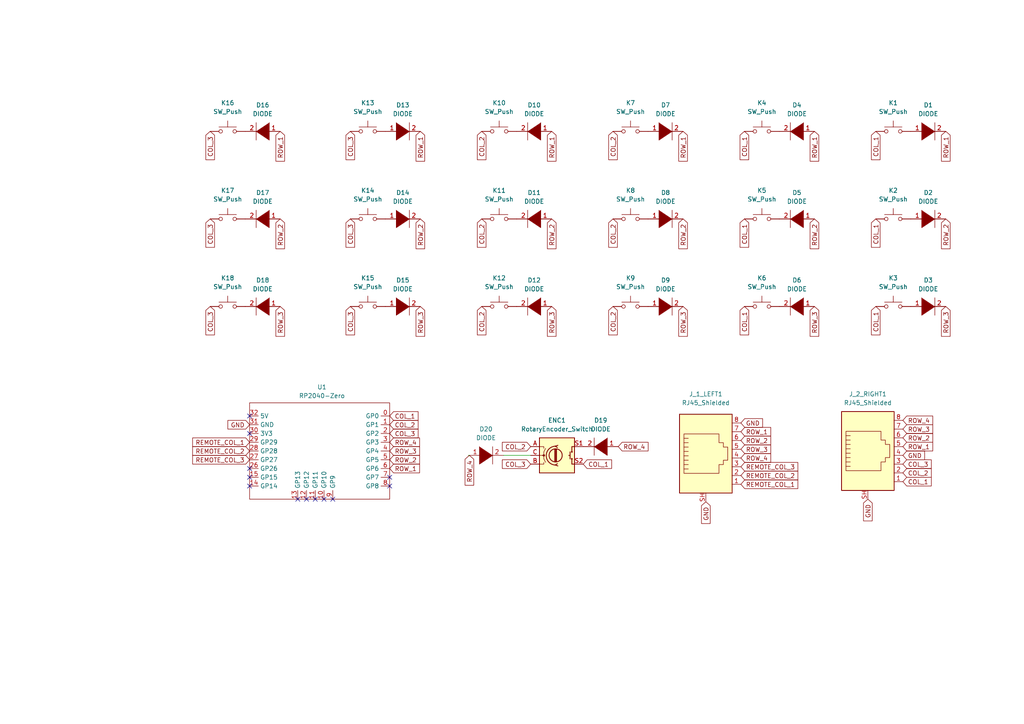
<source format=kicad_sch>
(kicad_sch (version 20230121) (generator eeschema)
  (paper "A4")
  (title_block (title "Cheapino") (rev "1.1") (company "Tompi"))
  (lib_symbols
    (symbol "Connector:RJ45_Shielded" (pin_names (offset 1.016))
      (property "Reference" "J" (at -5.08 13.97 0))
      (property "Value" "RJ45_Shielded" (at 2.54 13.97 0))
      (symbol "RJ45_Shielded_0_1"
        (polyline (pts (xy -5.08 4.445) (xy -6.35 4.445)))
        (polyline (pts (xy -5.08 5.715) (xy -6.35 5.715)))
        (polyline (pts (xy -6.35 -3.175) (xy -5.08 -3.175) (xy -5.08 -3.175)))
        (polyline (pts (xy -6.35 -1.905) (xy -5.08 -1.905) (xy -5.08 -1.905)))
        (polyline (pts (xy -6.35 -0.635) (xy -5.08 -0.635) (xy -5.08 -0.635)))
        (polyline (pts (xy -6.35 0.635) (xy -5.08 0.635) (xy -5.08 0.635)))
        (polyline (pts (xy -6.35 1.905) (xy -5.08 1.905) (xy -5.08 1.905)))
        (polyline (pts (xy -5.08 3.175) (xy -6.35 3.175) (xy -6.35 3.175)))
        (polyline (pts (xy -6.35 -4.445) (xy -6.35 6.985) (xy 3.81 6.985) (xy 3.81 4.445) (xy 5.08 4.445) (xy 5.08 3.175) (xy 6.35 3.175) (xy 6.35 -0.635) (xy 5.08 -0.635) (xy 5.08 -1.905) (xy 3.81 -1.905) (xy 3.81 -4.445) (xy -6.35 -4.445) (xy -6.35 -4.445)))
        (rectangle (start 7.62 12.7) (end -7.62 -10.16) (stroke (width 0.254)) (fill (type background)))
      )
      (symbol "RJ45_Shielded_1_1"
        (pin passive line (at 10.16 -7.62 180) (length 2.54) (name "~") (number "1"))
        (pin passive line (at 10.16 -5.08 180) (length 2.54) (name "~") (number "2"))
        (pin passive line (at 10.16 -2.54 180) (length 2.54) (name "~") (number "3"))
        (pin passive line (at 10.16 0 180) (length 2.54) (name "~") (number "4"))
        (pin passive line (at 10.16 2.54 180) (length 2.54) (name "~") (number "5"))
        (pin passive line (at 10.16 5.08 180) (length 2.54) (name "~") (number "6"))
        (pin passive line (at 10.16 7.62 180) (length 2.54) (name "~") (number "7"))
        (pin passive line (at 10.16 10.16 180) (length 2.54) (name "~") (number "8"))
        (pin passive line (at 0 -12.7 90) (length 2.54) (name "~") (number "SH"))
      )
    )
    (symbol "Device:RotaryEncoder_Switch" (pin_names (offset 0.254) hide)
      (property "Reference" "SW" (at 0 6.604 0))
      (property "Value" "RotaryEncoder_Switch" (at 0 -6.604 0))
      (symbol "RotaryEncoder_Switch_0_1"
        (rectangle (start -5.08 5.08) (end 5.08 -5.08) (stroke (width 0.254)) (fill (type background)))
        (circle (center -3.81 0) (radius 0.254) (fill (type outline)))
        (circle (center -0.381 0) (radius 1.905) (stroke (width 0.254)))
        (arc (start -0.381 2.667) (mid -3.0988 -0.0635) (end -0.381 -2.794) (stroke (width 0.254)))
        (polyline (pts (xy -0.635 -1.778) (xy -0.635 1.778)) (stroke (width 0.254)))
        (polyline (pts (xy -0.381 -1.778) (xy -0.381 1.778)) (stroke (width 0.254)))
        (polyline (pts (xy -0.127 1.778) (xy -0.127 -1.778)) (stroke (width 0.254)))
        (polyline (pts (xy 3.81 0) (xy 3.429 0)) (stroke (width 0.254)))
        (polyline (pts (xy 3.81 1.016) (xy 3.81 -1.016)) (stroke (width 0.254)))
        (polyline (pts (xy -5.08 -2.54) (xy -3.81 -2.54) (xy -3.81 -2.032)))
        (polyline (pts (xy -5.08 2.54) (xy -3.81 2.54) (xy -3.81 2.032)))
        (polyline (pts (xy 0.254 -3.048) (xy -0.508 -2.794) (xy 0.127 -2.413)) (stroke (width 0.254)))
        (polyline (pts (xy 0.254 2.921) (xy -0.508 2.667) (xy 0.127 2.286)) (stroke (width 0.254)))
        (polyline (pts (xy 5.08 -2.54) (xy 4.318 -2.54) (xy 4.318 -1.016)) (stroke (width 0.254)))
        (polyline (pts (xy 5.08 2.54) (xy 4.318 2.54) (xy 4.318 1.016)) (stroke (width 0.254)))
        (polyline (pts (xy -5.08 0) (xy -3.81 0) (xy -3.81 -1.016) (xy -3.302 -2.032)))
        (polyline (pts (xy -4.318 0) (xy -3.81 0) (xy -3.81 1.016) (xy -3.302 2.032)))
        (circle (center 4.318 -1.016) (radius 0.127) (stroke (width 0.254)))
        (circle (center 4.318 1.016) (radius 0.127) (stroke (width 0.254)))
      )
      (symbol "RotaryEncoder_Switch_1_1"
        (pin passive line (at -7.62 2.54 0) (length 2.54) (name "A") (number "A"))
        (pin passive line (at -7.62 -2.54 0) (length 2.54) (name "B") (number "B"))
        (pin passive line (at -7.62 0 0) (length 2.54) (name "C") (number "C"))
        (pin passive line (at 7.62 2.54 180) (length 2.54) (name "S1") (number "S1"))
        (pin passive line (at 7.62 -2.54 180) (length 2.54) (name "S2") (number "S2"))
      )
    )
    (symbol "Switch:SW_Push" (pin_numbers hide) (pin_names (offset 1.016) hide)
      (property "Reference" "SW" (at 1.27 2.54 0))
      (property "Value" "SW_Push" (at 0 -1.524 0))
      (symbol "SW_Push_0_1"
        (circle (center -2.032 0) (radius 0.508))
        (polyline (pts (xy 0 1.27) (xy 0 3.048)))
        (polyline (pts (xy 2.54 1.27) (xy -2.54 1.27)))
        (circle (center 2.032 0) (radius 0.508))
        (pin passive line (at -5.08 0 0) (length 2.54) (name "1") (number "1"))
        (pin passive line (at 5.08 0 180) (length 2.54) (name "2") (number "2"))
      )
    )
    (symbol "project:RP2040-Zero"
      (property "Reference" "U" (at 0 0 0))
      (property "Value" "RP2040-Zero" (at -6.35 22.86 0))
      (symbol "RP2040-Zero_0_0"
        (text "" (at 13.97 13.97 0) (effects (font (size 1.27 1.27))))
        (text "" (at 15.24 21.59 0) (effects (font (size 1.27 1.27))))
      )
      (symbol "RP2040-Zero_0_1"
        (rectangle (start -26.67 36.83) (end 13.97 8.89))
      )
      (symbol "RP2040-Zero_1_1"
        (pin bidirectional line (at 13.97 33.02 180) (length 2.54) (name "GP0") (number "0"))
        (pin bidirectional line (at 13.97 30.48 180) (length 2.54) (name "GP1") (number "1"))
        (pin bidirectional line (at -5.08 8.89 90) (length 2.54) (name "GP10") (number "10"))
        (pin bidirectional line (at -7.62 8.89 90) (length 2.54) (name "GP11") (number "11"))
        (pin bidirectional line (at -10.16 8.89 90) (length 2.54) (name "GP12") (number "12"))
        (pin bidirectional line (at -12.7 8.89 90) (length 2.54) (name "GP13") (number "13"))
        (pin bidirectional line (at -26.67 12.7 0) (length 2.54) (name "GP14") (number "14"))
        (pin bidirectional line (at -26.67 15.24 0) (length 2.54) (name "GP15") (number "15"))
        (pin bidirectional line (at 13.97 27.94 180) (length 2.54) (name "GP2") (number "2"))
        (pin bidirectional line (at -26.67 17.78 0) (length 2.54) (name "GP26") (number "26"))
        (pin bidirectional line (at -26.67 20.32 0) (length 2.54) (name "GP27") (number "27"))
        (pin bidirectional line (at -26.67 22.86 0) (length 2.54) (name "GP28") (number "28"))
        (pin bidirectional line (at -26.67 25.4 0) (length 2.54) (name "GP29") (number "29"))
        (pin bidirectional line (at 13.97 25.4 180) (length 2.54) (name "GP3") (number "3"))
        (pin power_out line (at -26.67 27.94 0) (length 2.54) (name "3V3") (number "30"))
        (pin passive line (at -26.67 30.48 0) (length 2.54) (name "GND") (number "31"))
        (pin power_out line (at -26.67 33.02 0) (length 2.54) (name "5V") (number "32"))
        (pin bidirectional line (at 13.97 22.86 180) (length 2.54) (name "GP4") (number "4"))
        (pin bidirectional line (at 13.97 20.32 180) (length 2.54) (name "GP5") (number "5"))
        (pin bidirectional line (at 13.97 17.78 180) (length 2.54) (name "GP6") (number "6"))
        (pin bidirectional line (at 13.97 15.24 180) (length 2.54) (name "GP7") (number "7"))
        (pin bidirectional line (at 13.97 12.7 180) (length 2.54) (name "GP8") (number "8"))
        (pin bidirectional line (at -2.54 8.89 90) (length 2.54) (name "GP9") (number "9"))
      )
    )
    (symbol "pspice:DIODE" (pin_names (offset 1.016) hide)
      (property "Reference" "D" (at 0 3.81 0))
      (property "Value" "DIODE" (at 0 -4.445 0))
      (symbol "DIODE_0_1"
        (polyline (pts (xy 1.905 2.54) (xy 1.905 -2.54)))
        (polyline (pts (xy -1.905 2.54) (xy -1.905 -2.54) (xy 1.905 0)) (fill (type outline)))
      )
      (symbol "DIODE_1_1"
        (pin input line (at -5.08 0 0) (length 3.81) (name "K") (number "1"))
        (pin input line (at 5.08 0 180) (length 3.81) (name "A") (number "2"))
      )
    )
  )
  (no_connect (at 91.44 144.78))
  (no_connect (at 88.9 144.78))
  (no_connect (at 86.36 144.78))
  (no_connect (at 72.39 120.65))
  (no_connect (at 72.39 125.73))
  (no_connect (at 96.52 144.78))
  (no_connect (at 93.98 144.78))
  (no_connect (at 72.39 135.89))
  (no_connect (at 72.39 138.43))
  (no_connect (at 72.39 140.97))
  (no_connect (at 113.03 138.43))
  (no_connect (at 113.03 140.97))
  (wire (pts (xy 146.05 132.08) (xy 153.924 132.08)))
  (wire (pts (xy 136.144 132.08) (xy 135.89 132.08)))
  (global_label "COL_1" (shape input) (at 254 88.9 270) (property "Intersheetrefs" "${INTERSHEET_REFS}" (effects hide)))
  (global_label "COL_1" (shape input) (at 169.164 134.62 0) (property "Intersheetrefs" "${INTERSHEET_REFS}" (effects hide)))
  (global_label "COL_2" (shape input) (at 113.03 123.19 0) (property "Intersheetrefs" "${INTERSHEET_REFS}" (effects hide)))
  (global_label "ROW_2" (shape input) (at 113.03 133.35 0) (property "Intersheetrefs" "${INTERSHEET_REFS}" (effects hide)))
  (global_label "COL_2" (shape input) (at 177.8 38.1 270) (property "Intersheetrefs" "${INTERSHEET_REFS}" (effects hide)))
  (global_label "ROW_1" (shape input) (at 160.02 38.1 270) (property "Intersheetrefs" "${INTERSHEET_REFS}" (effects hide)))
  (global_label "COL_1" (shape input) (at 215.9 88.9 270) (property "Intersheetrefs" "${INTERSHEET_REFS}" (effects hide)))
  (global_label "ROW_3" (shape input) (at 214.884 130.302 0) (property "Intersheetrefs" "${INTERSHEET_REFS}" (effects hide)))
  (global_label "REMOTE_COL_2" (shape input) (at 72.39 130.81 180) (property "Intersheetrefs" "${INTERSHEET_REFS}" (effects hide)))
  (global_label "COL_3" (shape input) (at 113.03 125.73 0) (property "Intersheetrefs" "${INTERSHEET_REFS}" (effects hide)))
  (global_label "ROW_4" (shape input) (at 214.884 132.842 0) (property "Intersheetrefs" "${INTERSHEET_REFS}" (effects hide)))
  (global_label "COL_3" (shape input) (at 101.6 63.5 270) (property "Intersheetrefs" "${INTERSHEET_REFS}" (effects hide)))
  (global_label "ROW_2" (shape input) (at 81.28 63.5 270) (property "Intersheetrefs" "${INTERSHEET_REFS}" (effects hide)))
  (global_label "ROW_4" (shape input) (at 136.144 132.08 270) (property "Intersheetrefs" "${INTERSHEET_REFS}" (effects hide)))
  (global_label "ROW_2" (shape input) (at 274.32 63.5 270) (property "Intersheetrefs" "${INTERSHEET_REFS}" (effects hide)))
  (global_label "ROW_3" (shape input) (at 121.92 88.9 270) (property "Intersheetrefs" "${INTERSHEET_REFS}" (effects hide)))
  (global_label "COL_2" (shape input) (at 139.7 88.9 270) (property "Intersheetrefs" "${INTERSHEET_REFS}" (effects hide)))
  (global_label "GND" (shape input) (at 204.724 145.542 270) (property "Intersheetrefs" "${INTERSHEET_REFS}" (effects hide)))
  (global_label "COL_2" (shape input) (at 261.874 137.16 0) (property "Intersheetrefs" "${INTERSHEET_REFS}" (effects hide)))
  (global_label "COL_3" (shape input) (at 60.96 63.5 270) (property "Intersheetrefs" "${INTERSHEET_REFS}" (effects hide)))
  (global_label "COL_1" (shape input) (at 254 63.5 270) (property "Intersheetrefs" "${INTERSHEET_REFS}" (effects hide)))
  (global_label "GND" (shape input) (at 214.884 122.682 0) (property "Intersheetrefs" "${INTERSHEET_REFS}" (effects hide)))
  (global_label "COL_2" (shape input) (at 139.7 38.1 270) (property "Intersheetrefs" "${INTERSHEET_REFS}" (effects hide)))
  (global_label "REMOTE_COL_3" (shape input) (at 72.39 133.35 180) (property "Intersheetrefs" "${INTERSHEET_REFS}" (effects hide)))
  (global_label "GND" (shape input) (at 251.714 144.78 270) (property "Intersheetrefs" "${INTERSHEET_REFS}" (effects hide)))
  (global_label "GND" (shape input) (at 261.874 132.08 0) (property "Intersheetrefs" "${INTERSHEET_REFS}" (effects hide)))
  (global_label "REMOTE_COL_1" (shape input) (at 72.39 128.27 180) (property "Intersheetrefs" "${INTERSHEET_REFS}" (effects hide)))
  (global_label "ROW_3" (shape input) (at 113.03 130.81 0) (property "Intersheetrefs" "${INTERSHEET_REFS}" (effects hide)))
  (global_label "ROW_3" (shape input) (at 81.28 88.9 270) (property "Intersheetrefs" "${INTERSHEET_REFS}" (effects hide)))
  (global_label "GND" (shape input) (at 72.39 123.19 180) (property "Intersheetrefs" "${INTERSHEET_REFS}" (effects hide)))
  (global_label "ROW_2" (shape input) (at 261.874 127 0) (property "Intersheetrefs" "${INTERSHEET_REFS}" (effects hide)))
  (global_label "ROW_1" (shape input) (at 113.03 135.89 0) (property "Intersheetrefs" "${INTERSHEET_REFS}" (effects hide)))
  (global_label "REMOTE_COL_3" (shape input) (at 214.884 135.382 0) (property "Intersheetrefs" "${INTERSHEET_REFS}" (effects hide)))
  (global_label "COL_2" (shape input) (at 153.924 129.54 180) (property "Intersheetrefs" "${INTERSHEET_REFS}" (effects hide)))
  (global_label "COL_3" (shape input) (at 60.96 88.9 270) (property "Intersheetrefs" "${INTERSHEET_REFS}" (effects hide)))
  (global_label "ROW_3" (shape input) (at 274.32 88.9 270) (property "Intersheetrefs" "${INTERSHEET_REFS}" (effects hide)))
  (global_label "COL_1" (shape input) (at 215.9 63.5 270) (property "Intersheetrefs" "${INTERSHEET_REFS}" (effects hide)))
  (global_label "COL_1" (shape input) (at 254 38.1 270) (property "Intersheetrefs" "${INTERSHEET_REFS}" (effects hide)))
  (global_label "COL_3" (shape input) (at 101.6 38.1 270) (property "Intersheetrefs" "${INTERSHEET_REFS}" (effects hide)))
  (global_label "ROW_1" (shape input) (at 261.874 129.54 0) (property "Intersheetrefs" "${INTERSHEET_REFS}" (effects hide)))
  (global_label "ROW_4" (shape input) (at 261.874 121.92 0) (property "Intersheetrefs" "${INTERSHEET_REFS}" (effects hide)))
  (global_label "COL_2" (shape input) (at 177.8 63.5 270) (property "Intersheetrefs" "${INTERSHEET_REFS}" (effects hide)))
  (global_label "COL_2" (shape input) (at 139.7 63.5 270) (property "Intersheetrefs" "${INTERSHEET_REFS}" (effects hide)))
  (global_label "REMOTE_COL_2" (shape input) (at 214.884 137.922 0) (property "Intersheetrefs" "${INTERSHEET_REFS}" (effects hide)))
  (global_label "ROW_2" (shape input) (at 236.22 63.5 270) (property "Intersheetrefs" "${INTERSHEET_REFS}" (effects hide)))
  (global_label "ROW_2" (shape input) (at 121.92 63.5 270) (property "Intersheetrefs" "${INTERSHEET_REFS}" (effects hide)))
  (global_label "ROW_1" (shape input) (at 274.32 38.1 270) (property "Intersheetrefs" "${INTERSHEET_REFS}" (effects hide)))
  (global_label "COL_3" (shape input) (at 101.6 88.9 270) (property "Intersheetrefs" "${INTERSHEET_REFS}" (effects hide)))
  (global_label "ROW_3" (shape input) (at 236.22 88.9 270) (property "Intersheetrefs" "${INTERSHEET_REFS}" (effects hide)))
  (global_label "ROW_1" (shape input) (at 198.12 38.1 270) (property "Intersheetrefs" "${INTERSHEET_REFS}" (effects hide)))
  (global_label "COL_1" (shape input) (at 113.03 120.65 0) (property "Intersheetrefs" "${INTERSHEET_REFS}" (effects hide)))
  (global_label "COL_2" (shape input) (at 177.8 88.9 270) (property "Intersheetrefs" "${INTERSHEET_REFS}" (effects hide)))
  (global_label "ROW_1" (shape input) (at 236.22 38.1 270) (property "Intersheetrefs" "${INTERSHEET_REFS}" (effects hide)))
  (global_label "ROW_4" (shape input) (at 179.324 129.54 0) (property "Intersheetrefs" "${INTERSHEET_REFS}" (effects hide)))
  (global_label "REMOTE_COL_1" (shape input) (at 214.884 140.462 0) (property "Intersheetrefs" "${INTERSHEET_REFS}" (effects hide)))
  (global_label "ROW_2" (shape input) (at 214.884 127.762 0) (property "Intersheetrefs" "${INTERSHEET_REFS}" (effects hide)))
  (global_label "ROW_1" (shape input) (at 121.92 38.1 270) (property "Intersheetrefs" "${INTERSHEET_REFS}" (effects hide)))
  (global_label "ROW_3" (shape input) (at 261.874 124.46 0) (property "Intersheetrefs" "${INTERSHEET_REFS}" (effects hide)))
  (global_label "ROW_2" (shape input) (at 160.02 63.5 270) (property "Intersheetrefs" "${INTERSHEET_REFS}" (effects hide)))
  (global_label "COL_3" (shape input) (at 261.874 134.62 0) (property "Intersheetrefs" "${INTERSHEET_REFS}" (effects hide)))
  (global_label "ROW_1" (shape input) (at 81.28 38.1 270) (property "Intersheetrefs" "${INTERSHEET_REFS}" (effects hide)))
  (global_label "ROW_2" (shape input) (at 198.12 63.5 270) (property "Intersheetrefs" "${INTERSHEET_REFS}" (effects hide)))
  (global_label "ROW_3" (shape input) (at 198.12 88.9 270) (property "Intersheetrefs" "${INTERSHEET_REFS}" (effects hide)))
  (global_label "COL_1" (shape input) (at 261.874 139.7 0) (property "Intersheetrefs" "${INTERSHEET_REFS}" (effects hide)))
  (global_label "COL_1" (shape input) (at 215.9 38.1 270) (property "Intersheetrefs" "${INTERSHEET_REFS}" (effects hide)))
  (global_label "COL_3" (shape input) (at 60.96 38.1 270) (property "Intersheetrefs" "${INTERSHEET_REFS}" (effects hide)))
  (global_label "ROW_4" (shape input) (at 113.03 128.27 0) (property "Intersheetrefs" "${INTERSHEET_REFS}" (effects hide)))
  (global_label "ROW_1" (shape input) (at 214.884 125.222 0) (property "Intersheetrefs" "${INTERSHEET_REFS}" (effects hide)))
  (global_label "ROW_3" (shape input) (at 160.02 88.9 270) (property "Intersheetrefs" "${INTERSHEET_REFS}" (effects hide)))
  (global_label "COL_3" (shape input) (at 153.924 134.62 180) (property "Intersheetrefs" "${INTERSHEET_REFS}" (effects hide)))
  (symbol (lib_id "Switch:SW_Push") (at 259.08 63.5 0) (unit 1)
    (property "Reference" "K2" (at 259.08 55.245 0))
    (property "Value" "SW_Push" (at 259.08 57.785 0))
    (property "Footprint" "keyswitches:Kailh_socket_MX_optional_reversible" (effects hide))
  )
  (symbol (lib_id "Switch:SW_Push") (at 66.04 38.1 0) (unit 1)
    (property "Reference" "K16" (at 66.04 29.845 0))
    (property "Value" "SW_Push" (at 66.04 32.385 0))
    (property "Footprint" "keyswitches:Kailh_socket_MX_optional_reversible" (effects hide))
  )
  (symbol (lib_id "pspice:DIODE") (at 116.84 38.1 0) (unit 1)
    (property "Reference" "D13" (at 116.84 30.48 0))
    (property "Value" "DIODE" (at 116.84 33.02 0))
    (property "Footprint" "keebio-parts:Diode-dual" (effects hide))
  )
  (symbol (lib_id "pspice:DIODE") (at 116.84 88.9 0) (unit 1)
    (property "Reference" "D15" (at 116.84 81.28 0))
    (property "Value" "DIODE" (at 116.84 83.82 0))
    (property "Footprint" "keebio-parts:Diode-dual" (effects hide))
  )
  (symbol (lib_id "Switch:SW_Push") (at 144.78 38.1 0) (unit 1)
    (property "Reference" "K10" (at 144.78 29.845 0))
    (property "Value" "SW_Push" (at 144.78 32.385 0))
    (property "Footprint" "keyswitches:Kailh_socket_MX_optional_reversible" (effects hide))
  )
  (symbol (lib_id "pspice:DIODE") (at 76.2 88.9 0) (mirror y) (unit 1)
    (property "Reference" "D18" (at 76.2 81.28 0))
    (property "Value" "DIODE" (at 76.2 83.82 0))
    (property "Footprint" "keebio-parts:Diode-dual" (effects hide))
  )
  (symbol (lib_id "Switch:SW_Push") (at 259.08 38.1 0) (unit 1)
    (property "Reference" "K1" (at 259.08 29.845 0))
    (property "Value" "SW_Push" (at 259.08 32.385 0))
    (property "Footprint" "keyswitches:Kailh_socket_MX_optional_reversible" (effects hide))
  )
  (symbol (lib_id "Switch:SW_Push") (at 144.78 88.9 0) (unit 1)
    (property "Reference" "K12" (at 144.78 80.645 0))
    (property "Value" "SW_Push" (at 144.78 83.185 0))
    (property "Footprint" "keyswitches:Kailh_socket_MX_optional_reversible" (effects hide))
  )
  (symbol (lib_id "pspice:DIODE") (at 154.94 38.1 0) (mirror y) (unit 1)
    (property "Reference" "D10" (at 154.94 30.48 0))
    (property "Value" "DIODE" (at 154.94 33.02 0))
    (property "Footprint" "keebio-parts:Diode-dual" (effects hide))
  )
  (symbol (lib_id "Connector:RJ45_Shielded") (at 204.724 132.842 0) (unit 1)
    (property "Reference" "J_1_LEFT1" (at 204.724 114.3 0))
    (property "Value" "RJ45_Shielded" (at 204.724 116.84 0))
    (property "Footprint" "Connector_RJ:RJ45_Ninigi_GE" (effects hide))
  )
  (symbol (lib_id "Switch:SW_Push") (at 182.88 38.1 0) (unit 1)
    (property "Reference" "K7" (at 182.88 29.845 0))
    (property "Value" "SW_Push" (at 182.88 32.385 0))
    (property "Footprint" "keyswitches:Kailh_socket_MX_optional_reversible" (effects hide))
  )
  (symbol (lib_id "pspice:DIODE") (at 116.84 63.5 0) (unit 1)
    (property "Reference" "D14" (at 116.84 55.88 0))
    (property "Value" "DIODE" (at 116.84 58.42 0))
    (property "Footprint" "keebio-parts:Diode-dual" (effects hide))
  )
  (symbol (lib_id "Switch:SW_Push") (at 220.98 63.5 0) (unit 1)
    (property "Reference" "K5" (at 220.98 55.245 0))
    (property "Value" "SW_Push" (at 220.98 57.785 0))
    (property "Footprint" "keyswitches:Kailh_socket_MX_optional_reversible" (effects hide))
  )
  (symbol (lib_id "pspice:DIODE") (at 193.04 38.1 0) (unit 1)
    (property "Reference" "D7" (at 193.04 30.48 0))
    (property "Value" "DIODE" (at 193.04 33.02 0))
    (property "Footprint" "keebio-parts:Diode-dual" (effects hide))
  )
  (symbol (lib_id "Switch:SW_Push") (at 220.98 38.1 0) (unit 1)
    (property "Reference" "K4" (at 220.98 29.845 0))
    (property "Value" "SW_Push" (at 220.98 32.385 0))
    (property "Footprint" "keyswitches:Kailh_socket_MX_optional_reversible" (effects hide))
  )
  (symbol (lib_id "pspice:DIODE") (at 76.2 63.5 0) (mirror y) (unit 1)
    (property "Reference" "D17" (at 76.2 55.88 0))
    (property "Value" "DIODE" (at 76.2 58.42 0))
    (property "Footprint" "keebio-parts:Diode-dual" (effects hide))
  )
  (symbol (lib_id "Switch:SW_Push") (at 106.68 88.9 0) (unit 1)
    (property "Reference" "K15" (at 106.68 80.645 0))
    (property "Value" "SW_Push" (at 106.68 83.185 0))
    (property "Footprint" "keyswitches:Kailh_socket_MX_optional_reversible" (effects hide))
  )
  (symbol (lib_id "Switch:SW_Push") (at 66.04 63.5 0) (unit 1)
    (property "Reference" "K17" (at 66.04 55.245 0))
    (property "Value" "SW_Push" (at 66.04 57.785 0))
    (property "Footprint" "keyswitches:Kailh_socket_MX_optional_reversible" (effects hide))
  )
  (symbol (lib_id "pspice:DIODE") (at 269.24 38.1 0) (unit 1)
    (property "Reference" "D1" (at 269.24 30.48 0))
    (property "Value" "DIODE" (at 269.24 33.02 0))
    (property "Footprint" "keebio-parts:Diode-dual" (effects hide))
  )
  (symbol (lib_id "pspice:DIODE") (at 174.244 129.54 0) (mirror y) (unit 1)
    (property "Reference" "D19" (at 174.244 121.92 0))
    (property "Value" "DIODE" (at 174.244 124.46 0))
    (property "Footprint" "keebio-parts:Diode-dual" (effects hide))
  )
  (symbol (lib_id "pspice:DIODE") (at 269.24 88.9 0) (unit 1)
    (property "Reference" "D3" (at 269.24 81.28 0))
    (property "Value" "DIODE" (at 269.24 83.82 0))
    (property "Footprint" "keebio-parts:Diode-dual" (effects hide))
  )
  (symbol (lib_id "Switch:SW_Push") (at 106.68 63.5 0) (unit 1)
    (property "Reference" "K14" (at 106.68 55.245 0))
    (property "Value" "SW_Push" (at 106.68 57.785 0))
    (property "Footprint" "keyswitches:Kailh_socket_MX_optional_reversible" (effects hide))
  )
  (symbol (lib_id "project:RP2040-Zero") (at 99.06 153.67 0) (unit 1)
    (property "Reference" "U1" (at 93.3847 112.268 0))
    (property "Value" "RP2040-Zero" (at 93.3847 114.808 0))
    (property "Footprint" "rp2040:MCU_RP2040_Zero_34" (effects hide))
  )
  (symbol (lib_id "pspice:DIODE") (at 231.14 63.5 0) (mirror y) (unit 1)
    (property "Reference" "D5" (at 231.14 55.88 0))
    (property "Value" "DIODE" (at 231.14 58.42 0))
    (property "Footprint" "keebio-parts:Diode-dual" (effects hide))
  )
  (symbol (lib_id "pspice:DIODE") (at 231.14 38.1 0) (mirror y) (unit 1)
    (property "Reference" "D4" (at 231.14 30.48 0))
    (property "Value" "DIODE" (at 231.14 33.02 0))
    (property "Footprint" "keebio-parts:Diode-dual" (effects hide))
  )
  (symbol (lib_id "pspice:DIODE") (at 193.04 88.9 0) (unit 1)
    (property "Reference" "D9" (at 193.04 81.28 0))
    (property "Value" "DIODE" (at 193.04 83.82 0))
    (property "Footprint" "keebio-parts:Diode-dual" (effects hide))
  )
  (symbol (lib_id "pspice:DIODE") (at 269.24 63.5 0) (unit 1)
    (property "Reference" "D2" (at 269.24 55.88 0))
    (property "Value" "DIODE" (at 269.24 58.42 0))
    (property "Footprint" "keebio-parts:Diode-dual" (effects hide))
  )
  (symbol (lib_id "pspice:DIODE") (at 231.14 88.9 0) (mirror y) (unit 1)
    (property "Reference" "D6" (at 231.14 81.28 0))
    (property "Value" "DIODE" (at 231.14 83.82 0))
    (property "Footprint" "keebio-parts:Diode-dual" (effects hide))
  )
  (symbol (lib_id "Switch:SW_Push") (at 182.88 63.5 0) (unit 1)
    (property "Reference" "K8" (at 182.88 55.245 0))
    (property "Value" "SW_Push" (at 182.88 57.785 0))
    (property "Footprint" "keyswitches:Kailh_socket_MX_optional_reversible" (effects hide))
  )
  (symbol (lib_id "pspice:DIODE") (at 193.04 63.5 0) (unit 1)
    (property "Reference" "D8" (at 193.04 55.88 0))
    (property "Value" "DIODE" (at 193.04 58.42 0))
    (property "Footprint" "keebio-parts:Diode-dual" (effects hide))
  )
  (symbol (lib_id "Switch:SW_Push") (at 106.68 38.1 0) (unit 1)
    (property "Reference" "K13" (at 106.68 29.845 0))
    (property "Value" "SW_Push" (at 106.68 32.385 0))
    (property "Footprint" "keyswitches:Kailh_socket_MX_optional_reversible" (effects hide))
  )
  (symbol (lib_id "pspice:DIODE") (at 154.94 88.9 0) (mirror y) (unit 1)
    (property "Reference" "D12" (at 154.94 81.28 0))
    (property "Value" "DIODE" (at 154.94 83.82 0))
    (property "Footprint" "keebio-parts:Diode-dual" (effects hide))
  )
  (symbol (lib_id "Switch:SW_Push") (at 66.04 88.9 0) (unit 1)
    (property "Reference" "K18" (at 66.04 80.645 0))
    (property "Value" "SW_Push" (at 66.04 83.185 0))
    (property "Footprint" "keyswitches:Kailh_socket_MX_optional_reversible" (effects hide))
  )
  (symbol (lib_id "pspice:DIODE") (at 154.94 63.5 0) (mirror y) (unit 1)
    (property "Reference" "D11" (at 154.94 55.88 0))
    (property "Value" "DIODE" (at 154.94 58.42 0))
    (property "Footprint" "keebio-parts:Diode-dual" (effects hide))
  )
  (symbol (lib_id "Switch:SW_Push") (at 182.88 88.9 0) (unit 1)
    (property "Reference" "K9" (at 182.88 80.645 0))
    (property "Value" "SW_Push" (at 182.88 83.185 0))
    (property "Footprint" "keyswitches:Kailh_socket_MX_optional_reversible" (effects hide))
  )
  (symbol (lib_id "Switch:SW_Push") (at 144.78 63.5 0) (unit 1)
    (property "Reference" "K11" (at 144.78 55.245 0))
    (property "Value" "SW_Push" (at 144.78 57.785 0))
    (property "Footprint" "keyswitches:Kailh_socket_MX_optional_reversible" (effects hide))
  )
  (symbol (lib_id "Connector:RJ45_Shielded") (at 251.714 132.08 0) (unit 1)
    (property "Reference" "J_2_RIGHT1" (at 251.714 114.3 0))
    (property "Value" "RJ45_Shielded" (at 251.714 116.84 0))
    (property "Footprint" "Connector_RJ:RJ45_Ninigi_GE" (effects hide))
  )
  (symbol (lib_id "pspice:DIODE") (at 140.97 132.08 0) (unit 1)
    (property "Reference" "D20" (at 140.97 124.46 0))
    (property "Value" "DIODE" (at 140.97 127 0))
    (property "Footprint" "keebio-parts:Diode-dual" (effects hide))
  )
  (symbol (lib_id "pspice:DIODE") (at 76.2 38.1 0) (mirror y) (unit 1)
    (property "Reference" "D16" (at 76.2 30.48 0))
    (property "Value" "DIODE" (at 76.2 33.02 0))
    (property "Footprint" "keyboard_parts:D_SOD123_axial" (effects hide))
  )
  (symbol (lib_id "Switch:SW_Push") (at 220.98 88.9 0) (unit 1)
    (property "Reference" "K6" (at 220.98 80.645 0))
    (property "Value" "SW_Push" (at 220.98 83.185 0))
    (property "Footprint" "keyswitches:Kailh_socket_MX_optional_reversible" (effects hide))
  )
  (symbol (lib_id "Device:RotaryEncoder_Switch") (at 161.544 132.08 0) (unit 1)
    (property "Reference" "ENC1" (at 161.544 121.92 0))
    (property "Value" "RotaryEncoder_Switch" (at 161.544 124.46 0))
    (property "Footprint" "Rotary_Encoder:RotaryEncoder_Alps_EC11E-Switch_Vertical_H20mm" (effects hide))
  )
  (symbol (lib_id "Switch:SW_Push") (at 259.08 88.9 0) (unit 1)
    (property "Reference" "K3" (at 259.08 80.645 0))
    (property "Value" "SW_Push" (at 259.08 83.185 0))
    (property "Footprint" "keyswitches:Kailh_socket_MX_optional_reversible" (effects hide))
  )
)
</source>
